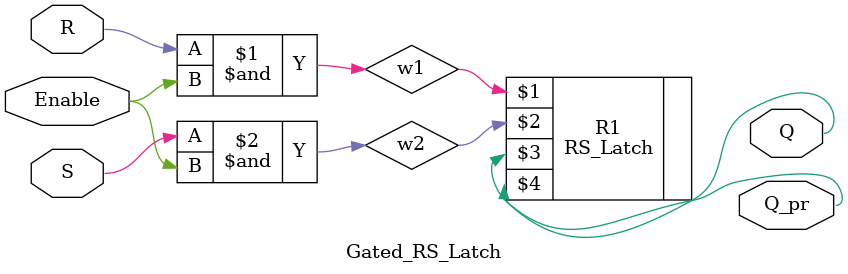
<source format=v>
`timescale 1ns / 1ps
module Gated_RS_Latch(
    input R,
    input S,
	 input Enable,
    output Q,
    output Q_pr
    );
	 
	 wire w1, w2;
	 
	 and a1(w1, R, Enable);
	 and a2(w2, S, Enable);
	 
	 RS_Latch R1(w1, w2, Q, Q_pr);


endmodule

</source>
